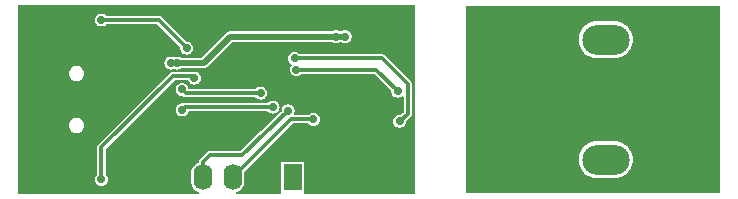
<source format=gbr>
G04 --- HEADER BEGIN --- *
%TF.GenerationSoftware,LibrePCB,LibrePCB,0.1.5*%
%TF.CreationDate,2021-01-02T14:24:37*%
%TF.ProjectId,can2usb - default,565da67e-d1db-4e60-9fc1-0ba8a5c8bd0e,v1*%
%TF.Part,Single*%
%FSLAX66Y66*%
%MOMM*%
G01*
G74*
G04 --- HEADER END --- *
G04 --- APERTURE LIST BEGIN --- *
%ADD10O,1.587X2.19*%
%ADD11R,1.587X2.19*%
%ADD12O,4.0X2.54*%
%ADD13C,0.7*%
%ADD14C,0.3*%
%ADD15C,0.5*%
%ADD16C,0.0*%
G04 --- APERTURE LIST END --- *
G04 --- BOARD BEGIN --- *
D10*
X20955000Y1625500D03*
D11*
X23495000Y1625500D03*
D10*
X15875000Y1625500D03*
X18415000Y1625500D03*
D12*
X50000000Y3140000D03*
X50000000Y8220000D03*
X50000000Y13300000D03*
D13*
X24009000Y9699000D03*
X18732500Y12261250D03*
X2063750Y6228750D03*
X22860000Y15594500D03*
X16986250Y14166250D03*
X32873500Y3990000D03*
X18732500Y9880000D03*
X46274500Y9417500D03*
X23098000Y7260500D03*
X8414000Y15753500D03*
X53340000Y15595000D03*
X32868750Y12908500D03*
X46678000Y975500D03*
X43262500Y3840500D03*
X53340000Y672500D03*
X33025500Y671000D03*
X22382750Y8531000D03*
X38737000Y6856500D03*
X32545500Y6383500D03*
X23653250Y11705250D03*
X20670000Y12084000D03*
X38889000Y15688500D03*
X7302500Y1466500D03*
X15160750Y10038750D03*
X25872250Y832000D03*
X14128750Y9085500D03*
X20796250Y8768750D03*
X7302500Y14959750D03*
X14526250Y12579250D03*
X42310000Y15596000D03*
X38737000Y3839000D03*
X13175000Y6228250D03*
X44843500Y14163500D03*
X18258500Y4322250D03*
X43179000Y2406000D03*
X21113750Y10276750D03*
X32863250Y15753500D03*
X29370250Y15597500D03*
X28416250Y7177750D03*
X45173500Y9395000D03*
X19843750Y6863250D03*
X59055000Y990000D03*
X24761750Y5418500D03*
X14128750Y7339500D03*
X21827750Y7577500D03*
X59055000Y15595000D03*
X5080000Y13213750D03*
X25241250Y6546500D03*
X7457250Y5593500D03*
X22542000Y11308250D03*
X27147750Y13544500D03*
X13176000Y11309000D03*
X27941500Y13544500D03*
X13731250Y11309000D03*
X47395500Y7020500D03*
X2063750Y10038750D03*
X12064250Y2421750D03*
X5080000Y3212500D03*
X38737000Y822000D03*
X38737000Y9874500D03*
X32390250Y8925500D03*
X23812250Y10752750D03*
D14*
X15875000Y2895000D02*
X16510500Y3530500D01*
X19209250Y3530500D02*
X23098000Y7260500D01*
X16510500Y3530500D02*
X19209250Y3530500D01*
X15875000Y1625500D02*
X15875000Y2895000D01*
X32618500Y6383500D02*
X32545500Y6383500D01*
X33231000Y9514000D02*
X33231000Y6996000D01*
X31039750Y11705250D02*
X33231000Y9514000D01*
X33231000Y6996000D02*
X32618500Y6383500D01*
X23653250Y11705250D02*
X31039750Y11705250D01*
X15002250Y10197250D02*
X13334750Y10197250D01*
X13334750Y10197250D02*
X7302500Y4165000D01*
X15002250Y10197250D02*
X15160750Y10038750D01*
X7302500Y1466500D02*
X7302500Y4165000D01*
X20796250Y8768750D02*
X14445500Y8768750D01*
X14445500Y8768750D02*
X14128750Y9085500D01*
X12145750Y14959750D02*
X14526250Y12579250D01*
X7302500Y14959750D02*
X12145750Y14959750D01*
X14366750Y7577500D02*
X14128750Y7339500D01*
X21827750Y7577500D02*
X14366750Y7577500D01*
X23336000Y6546500D02*
X18415000Y1625500D01*
X25241250Y6546500D02*
X23336000Y6546500D01*
D15*
X15945000Y11309000D02*
X18180500Y13544500D01*
X27147750Y13544500D02*
X27941500Y13544500D01*
X18180500Y13544500D02*
X27147750Y13544500D01*
X13731250Y11309000D02*
X13176000Y11309000D01*
X13731250Y11309000D02*
X15945000Y11309000D01*
D14*
X32390250Y8925500D02*
X30563000Y10752750D01*
X23812250Y10752750D02*
X30563000Y10752750D01*
D16*
G36*
X15559488Y219500D02*
X15595678Y270395D01*
X15594616Y332836D01*
X15529190Y395694D01*
X15499506Y404699D01*
X15490468Y408443D01*
X15327375Y495617D01*
X15319244Y501050D01*
X15176287Y618372D01*
X15169372Y625287D01*
X15052050Y768244D01*
X15046617Y776375D01*
X14959443Y939468D01*
X14955699Y948506D01*
X14902014Y1125479D01*
X14900108Y1135061D01*
X14881740Y1321560D01*
X14881500Y1326457D01*
X14881500Y1924543D01*
X14881740Y1929440D01*
X14900108Y2115938D01*
X14902014Y2125520D01*
X14955699Y2302493D01*
X14959443Y2311531D01*
X15046617Y2474624D01*
X15052050Y2482755D01*
X15169372Y2625712D01*
X15176287Y2632627D01*
X15319244Y2749949D01*
X15327371Y2755380D01*
X15475268Y2834432D01*
X15526896Y2906973D01*
X15528078Y2914432D01*
X15529310Y2930083D01*
X15529310Y2941884D01*
X15531741Y2957237D01*
X15535389Y2968462D01*
X15539053Y2983725D01*
X15540899Y2995380D01*
X15545703Y3010166D01*
X15551061Y3020682D01*
X15557066Y3035180D01*
X15560716Y3046415D01*
X15567773Y3060264D01*
X15574716Y3069820D01*
X15582915Y3083199D01*
X15588275Y3093718D01*
X15597405Y3106285D01*
X15605754Y3114634D01*
X15615945Y3126567D01*
X15625205Y3139312D01*
X15630284Y3145259D01*
X16260241Y3775216D01*
X16266188Y3780295D01*
X16278933Y3789555D01*
X16290866Y3799746D01*
X16299213Y3808093D01*
X16311788Y3817229D01*
X16322300Y3822585D01*
X16335679Y3830783D01*
X16345238Y3837728D01*
X16359083Y3844783D01*
X16370323Y3848435D01*
X16384821Y3854441D01*
X16395327Y3859794D01*
X16410121Y3864601D01*
X16421772Y3866446D01*
X16437035Y3870110D01*
X16448263Y3873759D01*
X16463616Y3876190D01*
X16475417Y3876190D01*
X16491062Y3877421D01*
X16506621Y3879886D01*
X16514430Y3880500D01*
X19028324Y3880500D01*
X19097546Y3908332D01*
X22518077Y7189228D01*
X22548855Y7261396D01*
X22548855Y7266995D01*
X22565885Y7396358D01*
X22569246Y7408900D01*
X22619179Y7529448D01*
X22625675Y7540699D01*
X22705097Y7644203D01*
X22714296Y7653402D01*
X22817801Y7732824D01*
X22829052Y7739320D01*
X22949595Y7789251D01*
X22962148Y7792615D01*
X23091498Y7809644D01*
X23104502Y7809644D01*
X23233851Y7792615D01*
X23246404Y7789251D01*
X23366948Y7739320D01*
X23378199Y7732824D01*
X23481703Y7653402D01*
X23490902Y7644203D01*
X23570324Y7540699D01*
X23576820Y7529448D01*
X23626751Y7408904D01*
X23630115Y7396351D01*
X23647144Y7267002D01*
X23647144Y7253998D01*
X23630115Y7124648D01*
X23626751Y7112095D01*
X23594721Y7034769D01*
X23590033Y6972495D01*
X23623204Y6919583D01*
X23687109Y6896500D01*
X24773222Y6896500D01*
X24843933Y6925789D01*
X24857546Y6939402D01*
X24961051Y7018824D01*
X24972302Y7025320D01*
X25092845Y7075251D01*
X25105398Y7078615D01*
X25234748Y7095644D01*
X25247752Y7095644D01*
X25377101Y7078615D01*
X25389654Y7075251D01*
X25510198Y7025320D01*
X25521449Y7018824D01*
X25624953Y6939402D01*
X25634152Y6930203D01*
X25713574Y6826699D01*
X25720070Y6815448D01*
X25770001Y6694904D01*
X25773365Y6682351D01*
X25790394Y6553002D01*
X25790394Y6539998D01*
X25773365Y6410648D01*
X25770001Y6398095D01*
X25720070Y6277552D01*
X25713574Y6266301D01*
X25634152Y6162796D01*
X25624953Y6153597D01*
X25521449Y6074175D01*
X25510198Y6067679D01*
X25389650Y6017746D01*
X25377108Y6014385D01*
X25247745Y5997355D01*
X25234755Y5997355D01*
X25105391Y6014385D01*
X25092849Y6017746D01*
X24972302Y6067679D01*
X24961051Y6074175D01*
X24857546Y6153597D01*
X24843932Y6167211D01*
X24773221Y6196500D01*
X23522397Y6196500D01*
X23451686Y6167211D01*
X19424277Y2139802D01*
X19395470Y2059289D01*
X19408259Y1929443D01*
X19408500Y1924550D01*
X19408500Y1326450D01*
X19408259Y1321557D01*
X19389892Y1135070D01*
X19387984Y1125475D01*
X19334300Y948506D01*
X19330556Y939468D01*
X19243382Y776375D01*
X19237949Y768244D01*
X19120627Y625287D01*
X19113712Y618372D01*
X18970755Y501050D01*
X18962624Y495617D01*
X18799531Y408443D01*
X18790493Y404699D01*
X18760809Y395694D01*
X18709697Y359812D01*
X18689840Y300603D01*
X18708982Y241159D01*
X18789838Y200000D01*
X22416910Y200000D01*
X22476237Y219500D01*
X22512427Y270395D01*
X22506165Y345096D01*
X22501500Y354329D01*
X22501500Y2904487D01*
X22503066Y2909252D01*
X22525328Y2920500D01*
X24472487Y2920500D01*
X24477252Y2918934D01*
X24488500Y2896672D01*
X24488500Y346513D01*
X24483475Y331225D01*
X24483475Y268775D01*
X24520525Y218503D01*
X24578475Y200000D01*
X32539005Y200000D01*
X32539005Y5834355D01*
X32409641Y5851385D01*
X32397099Y5854746D01*
X32276552Y5904679D01*
X32265301Y5911175D01*
X32161796Y5990597D01*
X32152597Y5999796D01*
X32073175Y6103301D01*
X32066679Y6114552D01*
X32016746Y6235099D01*
X32013385Y6247641D01*
X31996355Y6377005D01*
X31996355Y6389995D01*
X32013385Y6519358D01*
X32016746Y6531900D01*
X32066679Y6652448D01*
X32073175Y6663699D01*
X32152597Y6767203D01*
X32161796Y6776402D01*
X32265301Y6855824D01*
X32276552Y6862320D01*
X32397095Y6912251D01*
X32409648Y6915615D01*
X32538998Y6932644D01*
X32552002Y6932644D01*
X32609737Y6925043D01*
X32693501Y6953476D01*
X32851711Y7111686D01*
X32881000Y7182397D01*
X32881000Y8411957D01*
X32861500Y8471284D01*
X32810605Y8507474D01*
X32748164Y8506412D01*
X32720124Y8491293D01*
X32670444Y8453172D01*
X32659198Y8446679D01*
X32538650Y8396746D01*
X32526108Y8393385D01*
X32396745Y8376355D01*
X32383755Y8376355D01*
X32254391Y8393385D01*
X32241849Y8396746D01*
X32121302Y8446679D01*
X32110051Y8453175D01*
X32006546Y8532597D01*
X31997347Y8541796D01*
X31917925Y8645301D01*
X31911429Y8656552D01*
X31861496Y8777099D01*
X31858135Y8789641D01*
X31841105Y8919005D01*
X31841105Y8938249D01*
X31811816Y9008960D01*
X30447315Y10373461D01*
X30376604Y10402750D01*
X24280278Y10402750D01*
X24209567Y10373461D01*
X24195953Y10359847D01*
X24092449Y10280425D01*
X24081198Y10273929D01*
X23960650Y10223996D01*
X23948108Y10220635D01*
X23818745Y10203605D01*
X23805755Y10203605D01*
X23676391Y10220635D01*
X23663849Y10223996D01*
X23543302Y10273929D01*
X23532051Y10280425D01*
X23428546Y10359847D01*
X23419347Y10369046D01*
X23339925Y10472551D01*
X23333429Y10483802D01*
X23283496Y10604349D01*
X23280135Y10616891D01*
X23263105Y10746255D01*
X23263105Y10759245D01*
X23280135Y10888608D01*
X23283496Y10901150D01*
X23333429Y11021698D01*
X23339923Y11032945D01*
X23387907Y11095478D01*
X23408553Y11154417D01*
X23369448Y11235690D01*
X23269546Y11312347D01*
X23260347Y11321546D01*
X23180925Y11425051D01*
X23174429Y11436302D01*
X23124496Y11556849D01*
X23121135Y11569391D01*
X23104105Y11698755D01*
X23104105Y11711745D01*
X23121135Y11841108D01*
X23124496Y11853650D01*
X23174429Y11974198D01*
X23180925Y11985449D01*
X23260347Y12088953D01*
X23269546Y12098152D01*
X23373051Y12177574D01*
X23384302Y12184070D01*
X23504845Y12234001D01*
X23517398Y12237365D01*
X23646748Y12254394D01*
X23659752Y12254394D01*
X23789101Y12237365D01*
X23801654Y12234001D01*
X23922198Y12184070D01*
X23933449Y12177574D01*
X24036953Y12098152D01*
X24050566Y12084539D01*
X24121277Y12055250D01*
X31035819Y12055250D01*
X31043629Y12054635D01*
X31059194Y12052170D01*
X31074839Y12050939D01*
X31086629Y12050939D01*
X31101991Y12048506D01*
X31113204Y12044862D01*
X31128464Y12041198D01*
X31140130Y12039350D01*
X31154917Y12034546D01*
X31165442Y12029183D01*
X31179939Y12023178D01*
X31191167Y12019530D01*
X31205012Y12012476D01*
X31214567Y12005534D01*
X31227942Y11997338D01*
X31238468Y11991975D01*
X31251035Y11982844D01*
X31259387Y11974492D01*
X31271320Y11964301D01*
X31284060Y11955045D01*
X31290013Y11949961D01*
X33475711Y9764263D01*
X33480795Y9758310D01*
X33490051Y9745570D01*
X33500242Y9733637D01*
X33508594Y9725285D01*
X33517725Y9712718D01*
X33523088Y9702192D01*
X33531284Y9688817D01*
X33538226Y9679262D01*
X33545280Y9665417D01*
X33548928Y9654189D01*
X33554933Y9639692D01*
X33560296Y9629167D01*
X33565100Y9614380D01*
X33566948Y9602714D01*
X33570612Y9587454D01*
X33574256Y9576241D01*
X33576689Y9560879D01*
X33576689Y9549089D01*
X33577920Y9533444D01*
X33580385Y9517879D01*
X33581000Y9510069D01*
X33581000Y6999931D01*
X33580385Y6992118D01*
X33577921Y6976559D01*
X33576690Y6960916D01*
X33576690Y6949120D01*
X33574257Y6933760D01*
X33570611Y6922540D01*
X33566947Y6907278D01*
X33565101Y6895620D01*
X33560296Y6880832D01*
X33554936Y6870313D01*
X33548932Y6855816D01*
X33545284Y6844589D01*
X33538225Y6830735D01*
X33531285Y6821183D01*
X33523086Y6807804D01*
X33517725Y6797283D01*
X33508593Y6784713D01*
X33500245Y6776365D01*
X33490054Y6764432D01*
X33480794Y6751687D01*
X33475715Y6745740D01*
X33116777Y6386802D01*
X33088344Y6329144D01*
X33077615Y6247648D01*
X33074251Y6235095D01*
X33024320Y6114552D01*
X33017824Y6103301D01*
X32938402Y5999796D01*
X32929203Y5990597D01*
X32825699Y5911175D01*
X32814448Y5904679D01*
X32693900Y5854746D01*
X32681358Y5851385D01*
X32551995Y5834355D01*
X32539005Y5834355D01*
X32539005Y200000D01*
X33767000Y200000D01*
X33826327Y219500D01*
X33867000Y300000D01*
X33867000Y16140000D01*
X33847500Y16199327D01*
X33767000Y16240000D01*
X300000Y16240000D01*
X240673Y16220500D01*
X200000Y16140000D01*
X200000Y300000D01*
X219500Y240673D01*
X300000Y200000D01*
X5127703Y200000D01*
X5127703Y5374739D01*
X5115774Y5376188D01*
X4975384Y5410790D01*
X4964148Y5415051D01*
X4836113Y5482249D01*
X4826230Y5489071D01*
X4717992Y5584962D01*
X4710033Y5593946D01*
X4627888Y5712953D01*
X4622310Y5723580D01*
X4571031Y5858790D01*
X4568158Y5870449D01*
X4550729Y6013996D01*
X4550729Y6026004D01*
X4568158Y6169550D01*
X4571031Y6181209D01*
X4622310Y6316419D01*
X4627888Y6327046D01*
X4710033Y6446053D01*
X4717992Y6455037D01*
X4826230Y6550928D01*
X4836113Y6557750D01*
X4964148Y6624948D01*
X4975384Y6629209D01*
X5115774Y6663811D01*
X5127703Y6665260D01*
X5127703Y6665260D01*
X5127703Y9774739D01*
X5115774Y9776188D01*
X4975384Y9810790D01*
X4964148Y9815051D01*
X4836113Y9882249D01*
X4826230Y9889071D01*
X4717992Y9984962D01*
X4710033Y9993946D01*
X4627888Y10112953D01*
X4622310Y10123580D01*
X4571031Y10258790D01*
X4568158Y10270449D01*
X4550729Y10413996D01*
X4550729Y10426004D01*
X4568158Y10569550D01*
X4571031Y10581209D01*
X4622310Y10716419D01*
X4627888Y10727046D01*
X4710033Y10846053D01*
X4717992Y10855037D01*
X4826230Y10950928D01*
X4836113Y10957750D01*
X4964148Y11024948D01*
X4975384Y11029209D01*
X5115774Y11063811D01*
X5127703Y11065260D01*
X5272296Y11065260D01*
X5284225Y11063811D01*
X5424615Y11029209D01*
X5435851Y11024948D01*
X5563886Y10957750D01*
X5573769Y10950928D01*
X5682007Y10855037D01*
X5689966Y10846053D01*
X5772111Y10727046D01*
X5777689Y10716419D01*
X5828970Y10581203D01*
X5831840Y10569557D01*
X5849271Y10426004D01*
X5849271Y10413996D01*
X5831840Y10270442D01*
X5828970Y10258796D01*
X5777689Y10123580D01*
X5772111Y10112953D01*
X5689966Y9993946D01*
X5682007Y9984962D01*
X5573769Y9889071D01*
X5563886Y9882249D01*
X5435851Y9815051D01*
X5424615Y9810790D01*
X5284225Y9776188D01*
X5272296Y9774739D01*
X5127703Y9774739D01*
X5127703Y6665260D01*
X5272296Y6665260D01*
X5284225Y6663811D01*
X5424615Y6629209D01*
X5435851Y6624948D01*
X5563886Y6557750D01*
X5573769Y6550928D01*
X5682007Y6455037D01*
X5689966Y6446053D01*
X5772111Y6327046D01*
X5777689Y6316419D01*
X5828970Y6181203D01*
X5831840Y6169557D01*
X5849271Y6026004D01*
X5849271Y6013996D01*
X5831840Y5870442D01*
X5828970Y5858796D01*
X5777689Y5723580D01*
X5772111Y5712953D01*
X5689966Y5593946D01*
X5682007Y5584962D01*
X5573769Y5489071D01*
X5563886Y5482249D01*
X5435851Y5415051D01*
X5424615Y5410790D01*
X5284225Y5376188D01*
X5272296Y5374739D01*
X5127703Y5374739D01*
X5127703Y200000D01*
X7296005Y200000D01*
X7296005Y917355D01*
X7166641Y934385D01*
X7154099Y937746D01*
X7033552Y987679D01*
X7022301Y994175D01*
X6918796Y1073597D01*
X6909597Y1082796D01*
X6830175Y1186301D01*
X6823679Y1197552D01*
X6773746Y1318099D01*
X6770385Y1330641D01*
X6753355Y1460005D01*
X6753355Y1472995D01*
X6770385Y1602358D01*
X6773746Y1614900D01*
X6823679Y1735448D01*
X6830175Y1746699D01*
X6909597Y1850203D01*
X6923211Y1863817D01*
X6952500Y1934528D01*
X6952500Y4161069D01*
X6953115Y4168883D01*
X6955579Y4184441D01*
X6956810Y4200084D01*
X6956810Y4211883D01*
X6959242Y4227239D01*
X6962888Y4238461D01*
X6966551Y4253716D01*
X6968399Y4265385D01*
X6973201Y4280163D01*
X6978566Y4290692D01*
X6984571Y4305189D01*
X6988218Y4316414D01*
X6995274Y4330262D01*
X7002212Y4339811D01*
X7010411Y4353191D01*
X7015775Y4363718D01*
X7024905Y4376285D01*
X7033258Y4384638D01*
X7043449Y4396571D01*
X7052706Y4409313D01*
X7057785Y4415259D01*
X13084491Y10441965D01*
X13090437Y10447044D01*
X13103179Y10456301D01*
X13115112Y10466492D01*
X13123463Y10474843D01*
X13136033Y10483975D01*
X13146557Y10489337D01*
X13159940Y10497539D01*
X13169484Y10504473D01*
X13169505Y10504483D01*
X13169505Y10759855D01*
X13040141Y10776885D01*
X13027599Y10780246D01*
X12907052Y10830179D01*
X12895801Y10836675D01*
X12792296Y10916097D01*
X12783097Y10925296D01*
X12703675Y11028801D01*
X12697179Y11040052D01*
X12647246Y11160599D01*
X12643885Y11173141D01*
X12626855Y11302505D01*
X12626855Y11315495D01*
X12643885Y11444858D01*
X12647246Y11457400D01*
X12697179Y11577948D01*
X12703675Y11589199D01*
X12783097Y11692703D01*
X12792296Y11701902D01*
X12895801Y11781324D01*
X12907052Y11787820D01*
X13027595Y11837751D01*
X13040148Y11841115D01*
X13169498Y11858144D01*
X13182502Y11858144D01*
X13311851Y11841115D01*
X13324404Y11837751D01*
X13415356Y11800077D01*
X13491894Y11800077D01*
X13582845Y11837751D01*
X13595398Y11841115D01*
X13724748Y11858144D01*
X13737752Y11858144D01*
X13867101Y11841115D01*
X13879654Y11837751D01*
X14000194Y11787821D01*
X14011450Y11781323D01*
X14013612Y11779664D01*
X14015339Y11779078D01*
X14017126Y11778046D01*
X14017331Y11778402D01*
X14074488Y11759000D01*
X14519755Y11759000D01*
X14519755Y12030105D01*
X14390391Y12047135D01*
X14377849Y12050496D01*
X14257302Y12100429D01*
X14246051Y12106925D01*
X14142546Y12186347D01*
X14133347Y12195546D01*
X14053925Y12299051D01*
X14047429Y12310302D01*
X13997496Y12430849D01*
X13994135Y12443391D01*
X13977105Y12572755D01*
X13977105Y12591999D01*
X13947816Y12662710D01*
X12030065Y14580461D01*
X11959354Y14609750D01*
X7770528Y14609750D01*
X7699817Y14580461D01*
X7686203Y14566847D01*
X7582699Y14487425D01*
X7571448Y14480929D01*
X7450900Y14430996D01*
X7438358Y14427635D01*
X7308995Y14410605D01*
X7296005Y14410605D01*
X7166641Y14427635D01*
X7154099Y14430996D01*
X7033552Y14480929D01*
X7022301Y14487425D01*
X6918796Y14566847D01*
X6909597Y14576046D01*
X6830175Y14679551D01*
X6823679Y14690802D01*
X6773746Y14811349D01*
X6770385Y14823891D01*
X6753355Y14953255D01*
X6753355Y14966245D01*
X6770385Y15095608D01*
X6773746Y15108150D01*
X6823679Y15228698D01*
X6830175Y15239949D01*
X6909597Y15343453D01*
X6918796Y15352652D01*
X7022301Y15432074D01*
X7033552Y15438570D01*
X7154095Y15488501D01*
X7166648Y15491865D01*
X7295998Y15508894D01*
X7309002Y15508894D01*
X7438351Y15491865D01*
X7450904Y15488501D01*
X7571448Y15438570D01*
X7582699Y15432074D01*
X7686203Y15352652D01*
X7699816Y15339039D01*
X7770527Y15309750D01*
X12141819Y15309750D01*
X12149629Y15309135D01*
X12165194Y15306670D01*
X12180839Y15305439D01*
X12192629Y15305439D01*
X12207991Y15303006D01*
X12219204Y15299362D01*
X12234464Y15295698D01*
X12246130Y15293850D01*
X12260917Y15289046D01*
X12271442Y15283683D01*
X12285939Y15277678D01*
X12297167Y15274030D01*
X12311012Y15266976D01*
X12320567Y15260034D01*
X12333942Y15251838D01*
X12344468Y15246475D01*
X12357035Y15237344D01*
X12365387Y15228992D01*
X12377320Y15218801D01*
X12390060Y15209545D01*
X12396013Y15204461D01*
X14442791Y13157683D01*
X14513502Y13128394D01*
X14532752Y13128394D01*
X14662101Y13111365D01*
X14674654Y13108001D01*
X14795198Y13058070D01*
X14806449Y13051574D01*
X14909953Y12972152D01*
X14919152Y12962953D01*
X14998574Y12859449D01*
X15005070Y12848198D01*
X15055001Y12727654D01*
X15058365Y12715101D01*
X15075394Y12585752D01*
X15075394Y12572748D01*
X15058365Y12443398D01*
X15055001Y12430845D01*
X15005070Y12310302D01*
X14998574Y12299051D01*
X14919152Y12195546D01*
X14909953Y12186347D01*
X14806449Y12106925D01*
X14795198Y12100429D01*
X14674650Y12050496D01*
X14662108Y12047135D01*
X14532745Y12030105D01*
X14519755Y12030105D01*
X14519755Y11759000D01*
X15717182Y11759000D01*
X15787893Y11788289D01*
X17859777Y13860173D01*
X17865167Y13864843D01*
X17897970Y13889399D01*
X17903530Y13893878D01*
X17931808Y13918381D01*
X17948129Y13928869D01*
X17954525Y13932665D01*
X17971537Y13941954D01*
X18006584Y13955025D01*
X18013181Y13957757D01*
X18047217Y13973301D01*
X18065814Y13978762D01*
X18073018Y13980600D01*
X18091981Y13984725D01*
X18129280Y13987393D01*
X18136379Y13988156D01*
X18176966Y13993992D01*
X18184070Y13994500D01*
X26804512Y13994500D01*
X26861669Y14013902D01*
X26861874Y14013546D01*
X26863661Y14014578D01*
X26865388Y14015164D01*
X26867550Y14016823D01*
X26878806Y14023321D01*
X26999345Y14073251D01*
X27011898Y14076615D01*
X27141248Y14093644D01*
X27154252Y14093644D01*
X27283601Y14076615D01*
X27296154Y14073251D01*
X27416694Y14023321D01*
X27427950Y14016823D01*
X27430112Y14015164D01*
X27431839Y14014578D01*
X27433626Y14013546D01*
X27433831Y14013902D01*
X27490988Y13994500D01*
X27598262Y13994500D01*
X27655419Y14013902D01*
X27655624Y14013546D01*
X27657411Y14014578D01*
X27659138Y14015164D01*
X27661300Y14016823D01*
X27672556Y14023321D01*
X27793095Y14073251D01*
X27805648Y14076615D01*
X27934998Y14093644D01*
X27948002Y14093644D01*
X28077351Y14076615D01*
X28089904Y14073251D01*
X28210448Y14023320D01*
X28221699Y14016824D01*
X28325203Y13937402D01*
X28334402Y13928203D01*
X28413824Y13824699D01*
X28420320Y13813448D01*
X28470251Y13692904D01*
X28473615Y13680351D01*
X28490644Y13551002D01*
X28490644Y13537998D01*
X28473615Y13408648D01*
X28470251Y13396095D01*
X28420320Y13275552D01*
X28413824Y13264301D01*
X28334402Y13160796D01*
X28325203Y13151597D01*
X28221699Y13072175D01*
X28210448Y13065679D01*
X28089900Y13015746D01*
X28077358Y13012385D01*
X27947995Y12995355D01*
X27935005Y12995355D01*
X27805641Y13012385D01*
X27793099Y13015746D01*
X27672552Y13065679D01*
X27661306Y13072172D01*
X27659138Y13073836D01*
X27657407Y13074423D01*
X27655626Y13075452D01*
X27655421Y13075098D01*
X27598262Y13094500D01*
X27490988Y13094500D01*
X27433829Y13075098D01*
X27433624Y13075452D01*
X27431843Y13074423D01*
X27430112Y13073836D01*
X27427944Y13072172D01*
X27416698Y13065679D01*
X27296150Y13015746D01*
X27283608Y13012385D01*
X27154245Y12995355D01*
X27141255Y12995355D01*
X27011891Y13012385D01*
X26999349Y13015746D01*
X26878802Y13065679D01*
X26867556Y13072172D01*
X26865388Y13073836D01*
X26863657Y13074423D01*
X26861876Y13075452D01*
X26861671Y13075098D01*
X26804512Y13094500D01*
X18408318Y13094500D01*
X18337607Y13065211D01*
X16265723Y10993327D01*
X16260333Y10988657D01*
X16227530Y10964101D01*
X16221970Y10959621D01*
X16193696Y10935121D01*
X16177370Y10924630D01*
X16170974Y10920834D01*
X16153962Y10911545D01*
X16118915Y10898474D01*
X16112318Y10895742D01*
X16078282Y10880198D01*
X16059685Y10874737D01*
X16052487Y10872900D01*
X16033518Y10868773D01*
X15996207Y10866105D01*
X15989110Y10865342D01*
X15948535Y10859508D01*
X15941430Y10859000D01*
X14074488Y10859000D01*
X14017329Y10839598D01*
X14017124Y10839952D01*
X14015343Y10838923D01*
X14013612Y10838336D01*
X14011444Y10836672D01*
X14000198Y10830179D01*
X13879650Y10780246D01*
X13867108Y10776885D01*
X13737745Y10759855D01*
X13724755Y10759855D01*
X13595391Y10776885D01*
X13582850Y10780246D01*
X13491894Y10817922D01*
X13415356Y10817922D01*
X13324400Y10780246D01*
X13311858Y10776885D01*
X13182495Y10759855D01*
X13169505Y10759855D01*
X13169505Y10504483D01*
X13183333Y10511530D01*
X13194560Y10515178D01*
X13209057Y10521183D01*
X13219582Y10526546D01*
X13234369Y10531350D01*
X13246035Y10533198D01*
X13261295Y10536862D01*
X13272508Y10540506D01*
X13287870Y10542939D01*
X13299661Y10542939D01*
X13315306Y10544170D01*
X13330871Y10546635D01*
X13338681Y10547250D01*
X14943563Y10547250D01*
X14981832Y10554862D01*
X15012345Y10567501D01*
X15024898Y10570865D01*
X15154248Y10587894D01*
X15167252Y10587894D01*
X15296601Y10570865D01*
X15309154Y10567501D01*
X15429698Y10517570D01*
X15440949Y10511074D01*
X15544453Y10431652D01*
X15553652Y10422453D01*
X15633074Y10318949D01*
X15639570Y10307698D01*
X15689501Y10187154D01*
X15692865Y10174601D01*
X15709894Y10045252D01*
X15709894Y10032248D01*
X15692865Y9902898D01*
X15689501Y9890345D01*
X15639570Y9769802D01*
X15633074Y9758551D01*
X15553652Y9655046D01*
X15544453Y9645847D01*
X15440949Y9566425D01*
X15429698Y9559929D01*
X15309150Y9509996D01*
X15296608Y9506635D01*
X15167245Y9489605D01*
X15154255Y9489605D01*
X15024891Y9506635D01*
X15012349Y9509996D01*
X14891802Y9559929D01*
X14880551Y9566425D01*
X14777046Y9645847D01*
X14767847Y9655046D01*
X14688425Y9758551D01*
X14681928Y9769804D01*
X14675419Y9785518D01*
X14634700Y9832867D01*
X14583031Y9847250D01*
X13521146Y9847250D01*
X13450435Y9817961D01*
X7681789Y4049315D01*
X7652500Y3978604D01*
X7652500Y1934527D01*
X7681789Y1863816D01*
X7695402Y1850203D01*
X7774824Y1746699D01*
X7781320Y1735448D01*
X7831251Y1614904D01*
X7834615Y1602351D01*
X7851644Y1473002D01*
X7851644Y1459998D01*
X7834615Y1330648D01*
X7831251Y1318095D01*
X7781320Y1197552D01*
X7774824Y1186301D01*
X7695402Y1082796D01*
X7686203Y1073597D01*
X7582699Y994175D01*
X7571448Y987679D01*
X7450900Y937746D01*
X7438358Y934385D01*
X7308995Y917355D01*
X7296005Y917355D01*
X7296005Y200000D01*
X14122255Y200000D01*
X14122255Y6790355D01*
X13992891Y6807385D01*
X13980349Y6810746D01*
X13859802Y6860679D01*
X13848551Y6867175D01*
X13745046Y6946597D01*
X13735847Y6955796D01*
X13656425Y7059301D01*
X13649929Y7070552D01*
X13599996Y7191099D01*
X13596635Y7203641D01*
X13579605Y7333005D01*
X13579605Y7345995D01*
X13596635Y7475358D01*
X13599996Y7487900D01*
X13649929Y7608448D01*
X13656425Y7619699D01*
X13735847Y7723203D01*
X13745046Y7732402D01*
X13848551Y7811824D01*
X13859802Y7818320D01*
X13980345Y7868251D01*
X13992898Y7871615D01*
X14122250Y7888644D01*
X14135248Y7888645D01*
X14163216Y7884963D01*
X14206842Y7892460D01*
X14207852Y7889351D01*
X14226564Y7895431D01*
X14241061Y7901435D01*
X14251585Y7906797D01*
X14266366Y7911600D01*
X14278032Y7913448D01*
X14293290Y7917111D01*
X14304516Y7920758D01*
X14319868Y7923190D01*
X14331667Y7923190D01*
X14347311Y7924421D01*
X14362869Y7926885D01*
X14370681Y7927500D01*
X20789755Y7927500D01*
X20789755Y8219605D01*
X20660391Y8236635D01*
X20647849Y8239996D01*
X20527302Y8289929D01*
X20516051Y8296425D01*
X20412546Y8375847D01*
X20398932Y8389461D01*
X20328221Y8418750D01*
X14449431Y8418750D01*
X14441618Y8419365D01*
X14426066Y8421828D01*
X14410423Y8423059D01*
X14398621Y8423059D01*
X14383263Y8425492D01*
X14372038Y8429139D01*
X14356779Y8432802D01*
X14345118Y8434649D01*
X14330333Y8439453D01*
X14319811Y8444814D01*
X14305314Y8450818D01*
X14294092Y8454464D01*
X14280234Y8461525D01*
X14270687Y8468462D01*
X14257303Y8476664D01*
X14246783Y8482024D01*
X14234213Y8491156D01*
X14225857Y8499512D01*
X14213928Y8509700D01*
X14203079Y8517583D01*
X14141801Y8533142D01*
X14141801Y8536355D01*
X14122255Y8536355D01*
X13992891Y8553385D01*
X13980349Y8556746D01*
X13859802Y8606679D01*
X13848551Y8613175D01*
X13745046Y8692597D01*
X13735847Y8701796D01*
X13656425Y8805301D01*
X13649929Y8816552D01*
X13599996Y8937099D01*
X13596635Y8949641D01*
X13579605Y9079005D01*
X13579605Y9091995D01*
X13596635Y9221358D01*
X13599996Y9233900D01*
X13649929Y9354448D01*
X13656425Y9365699D01*
X13735847Y9469203D01*
X13745046Y9478402D01*
X13848551Y9557824D01*
X13859802Y9564320D01*
X13980345Y9614251D01*
X13992898Y9617615D01*
X14122248Y9634644D01*
X14135252Y9634644D01*
X14264601Y9617615D01*
X14277154Y9614251D01*
X14397698Y9564320D01*
X14408949Y9557824D01*
X14512453Y9478402D01*
X14521652Y9469203D01*
X14601074Y9365699D01*
X14607570Y9354448D01*
X14657503Y9233900D01*
X14660864Y9221358D01*
X14662925Y9205699D01*
X14690001Y9149424D01*
X14762070Y9118750D01*
X20328222Y9118750D01*
X20398933Y9148039D01*
X20412546Y9161652D01*
X20516051Y9241074D01*
X20527302Y9247570D01*
X20647845Y9297501D01*
X20660398Y9300865D01*
X20789748Y9317894D01*
X20802752Y9317894D01*
X20932101Y9300865D01*
X20944654Y9297501D01*
X21065198Y9247570D01*
X21076449Y9241074D01*
X21179953Y9161652D01*
X21189152Y9152453D01*
X21268574Y9048949D01*
X21275070Y9037698D01*
X21325001Y8917154D01*
X21328365Y8904601D01*
X21345394Y8775252D01*
X21345394Y8762248D01*
X21328365Y8632898D01*
X21325001Y8620345D01*
X21275070Y8499802D01*
X21268574Y8488551D01*
X21189152Y8385046D01*
X21179953Y8375847D01*
X21076449Y8296425D01*
X21065198Y8289929D01*
X20944650Y8239996D01*
X20932108Y8236635D01*
X20802745Y8219605D01*
X20789755Y8219605D01*
X20789755Y7927500D01*
X21359722Y7927500D01*
X21430433Y7956789D01*
X21444046Y7970402D01*
X21547551Y8049824D01*
X21558802Y8056320D01*
X21679345Y8106251D01*
X21691898Y8109615D01*
X21821248Y8126644D01*
X21834252Y8126644D01*
X21963601Y8109615D01*
X21976154Y8106251D01*
X22096698Y8056320D01*
X22107949Y8049824D01*
X22211453Y7970402D01*
X22220652Y7961203D01*
X22300074Y7857699D01*
X22306570Y7846448D01*
X22356501Y7725904D01*
X22359865Y7713351D01*
X22376894Y7584002D01*
X22376894Y7570998D01*
X22359865Y7441648D01*
X22356501Y7429095D01*
X22306570Y7308552D01*
X22300074Y7297301D01*
X22220652Y7193796D01*
X22211453Y7184597D01*
X22107949Y7105175D01*
X22096698Y7098679D01*
X21976150Y7048746D01*
X21963608Y7045385D01*
X21834245Y7028355D01*
X21821255Y7028355D01*
X21691891Y7045385D01*
X21679349Y7048746D01*
X21558802Y7098679D01*
X21547551Y7105175D01*
X21444046Y7184597D01*
X21430432Y7198211D01*
X21359721Y7227500D01*
X14739399Y7227500D01*
X14680072Y7208000D01*
X14647011Y7165769D01*
X14607570Y7070552D01*
X14601074Y7059301D01*
X14521652Y6955796D01*
X14512453Y6946597D01*
X14408949Y6867175D01*
X14397698Y6860679D01*
X14277150Y6810746D01*
X14264608Y6807385D01*
X14135245Y6790355D01*
X14122255Y6790355D01*
X14122255Y200000D01*
X15500161Y200000D01*
X15559488Y219500D01*
G37*
G36*
X59659327Y319500D02*
X59700000Y400000D01*
X59700000Y16040000D01*
X59680500Y16099327D01*
X59600000Y16140000D01*
X38260000Y16140000D01*
X38200673Y16120500D01*
X38160000Y16040000D01*
X38160000Y400000D01*
X38179500Y340673D01*
X38260000Y300000D01*
X49271962Y300000D01*
X49271962Y1570000D01*
X49268048Y1570154D01*
X49028316Y1589021D01*
X49020573Y1590247D01*
X48788660Y1645925D01*
X48781215Y1648344D01*
X48560863Y1739616D01*
X48553886Y1743171D01*
X48350527Y1867790D01*
X48344191Y1872393D01*
X48162830Y2027290D01*
X48157290Y2032830D01*
X48002393Y2214191D01*
X47997790Y2220527D01*
X47873171Y2423886D01*
X47869616Y2430863D01*
X47778344Y2651215D01*
X47775925Y2658660D01*
X47720247Y2890573D01*
X47719021Y2898316D01*
X47700308Y3136086D01*
X47700308Y3143914D01*
X47719021Y3381683D01*
X47720247Y3389426D01*
X47775925Y3621339D01*
X47778344Y3628784D01*
X47869616Y3849136D01*
X47873171Y3856113D01*
X47997790Y4059472D01*
X48002393Y4065808D01*
X48157290Y4247169D01*
X48162830Y4252709D01*
X48344191Y4407606D01*
X48350527Y4412209D01*
X48553886Y4536828D01*
X48560863Y4540383D01*
X48781215Y4631655D01*
X48788660Y4634074D01*
X49020573Y4689752D01*
X49028316Y4690978D01*
X49268048Y4709846D01*
X49271961Y4710000D01*
X49271962Y4710000D01*
X49271962Y11730000D01*
X49268048Y11730154D01*
X49028316Y11749021D01*
X49020573Y11750247D01*
X48788660Y11805925D01*
X48781215Y11808344D01*
X48560863Y11899616D01*
X48553886Y11903171D01*
X48350527Y12027790D01*
X48344191Y12032393D01*
X48162830Y12187290D01*
X48157290Y12192830D01*
X48002393Y12374191D01*
X47997790Y12380527D01*
X47873171Y12583886D01*
X47869616Y12590863D01*
X47778344Y12811215D01*
X47775925Y12818660D01*
X47720247Y13050573D01*
X47719021Y13058316D01*
X47700308Y13296086D01*
X47700308Y13303914D01*
X47719021Y13541683D01*
X47720247Y13549426D01*
X47775925Y13781339D01*
X47778344Y13788784D01*
X47869616Y14009136D01*
X47873171Y14016113D01*
X47997790Y14219472D01*
X48002393Y14225808D01*
X48157290Y14407169D01*
X48162830Y14412709D01*
X48344191Y14567606D01*
X48350527Y14572209D01*
X48553886Y14696828D01*
X48560863Y14700383D01*
X48781215Y14791655D01*
X48788660Y14794074D01*
X49020573Y14849752D01*
X49028316Y14850978D01*
X49268048Y14869846D01*
X49271961Y14870000D01*
X50728039Y14870000D01*
X50731952Y14869846D01*
X50971683Y14850978D01*
X50979426Y14849752D01*
X51211339Y14794074D01*
X51218784Y14791655D01*
X51439136Y14700383D01*
X51446113Y14696828D01*
X51649472Y14572209D01*
X51655808Y14567606D01*
X51837169Y14412709D01*
X51842709Y14407169D01*
X51997606Y14225808D01*
X52002209Y14219472D01*
X52126828Y14016113D01*
X52130383Y14009136D01*
X52221655Y13788784D01*
X52224074Y13781339D01*
X52279752Y13549426D01*
X52280978Y13541683D01*
X52299692Y13303913D01*
X52299692Y13296087D01*
X52280978Y13058316D01*
X52279752Y13050573D01*
X52224074Y12818660D01*
X52221655Y12811215D01*
X52130383Y12590863D01*
X52126828Y12583886D01*
X52002209Y12380527D01*
X51997606Y12374191D01*
X51842709Y12192830D01*
X51837169Y12187290D01*
X51655808Y12032393D01*
X51649472Y12027790D01*
X51446113Y11903171D01*
X51439136Y11899616D01*
X51218784Y11808344D01*
X51211339Y11805925D01*
X50979426Y11750247D01*
X50971683Y11749021D01*
X50731952Y11730154D01*
X50728038Y11730000D01*
X49271962Y11730000D01*
X49271962Y4710000D01*
X50728039Y4710000D01*
X50731952Y4709846D01*
X50971683Y4690978D01*
X50979426Y4689752D01*
X51211339Y4634074D01*
X51218784Y4631655D01*
X51439136Y4540383D01*
X51446113Y4536828D01*
X51649472Y4412209D01*
X51655808Y4407606D01*
X51837169Y4252709D01*
X51842709Y4247169D01*
X51997606Y4065808D01*
X52002209Y4059472D01*
X52126828Y3856113D01*
X52130383Y3849136D01*
X52221655Y3628784D01*
X52224074Y3621339D01*
X52279752Y3389426D01*
X52280978Y3381683D01*
X52299692Y3143913D01*
X52299692Y3136087D01*
X52280978Y2898316D01*
X52279752Y2890573D01*
X52224074Y2658660D01*
X52221655Y2651215D01*
X52130383Y2430863D01*
X52126828Y2423886D01*
X52002209Y2220527D01*
X51997606Y2214191D01*
X51842709Y2032830D01*
X51837169Y2027290D01*
X51655808Y1872393D01*
X51649472Y1867790D01*
X51446113Y1743171D01*
X51439136Y1739616D01*
X51218784Y1648344D01*
X51211339Y1645925D01*
X50979426Y1590247D01*
X50971683Y1589021D01*
X50731952Y1570154D01*
X50728038Y1570000D01*
X49271962Y1570000D01*
X49271962Y300000D01*
X59600000Y300000D01*
X59659327Y319500D01*
G37*
G04 --- BOARD END --- *
%TF.MD5,9f95ac7c5466a3463ee1cb6662b65669*%
M02*

</source>
